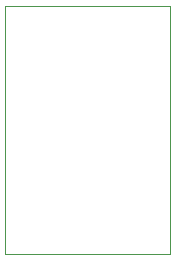
<source format=gbr>
G04 #@! TF.GenerationSoftware,KiCad,Pcbnew,(6.0.5)*
G04 #@! TF.CreationDate,2022-07-02T08:37:16+02:00*
G04 #@! TF.ProjectId,resistor_network,72657369-7374-46f7-925f-6e6574776f72,rev?*
G04 #@! TF.SameCoordinates,Original*
G04 #@! TF.FileFunction,Profile,NP*
%FSLAX46Y46*%
G04 Gerber Fmt 4.6, Leading zero omitted, Abs format (unit mm)*
G04 Created by KiCad (PCBNEW (6.0.5)) date 2022-07-02 08:37:16*
%MOMM*%
%LPD*%
G01*
G04 APERTURE LIST*
G04 #@! TA.AperFunction,Profile*
%ADD10C,0.100000*%
G04 #@! TD*
G04 APERTURE END LIST*
D10*
X135000000Y-85000000D02*
X149000000Y-85000000D01*
X149000000Y-85000000D02*
X149000000Y-106000000D01*
X149000000Y-106000000D02*
X135000000Y-106000000D01*
X135000000Y-106000000D02*
X135000000Y-85000000D01*
M02*

</source>
